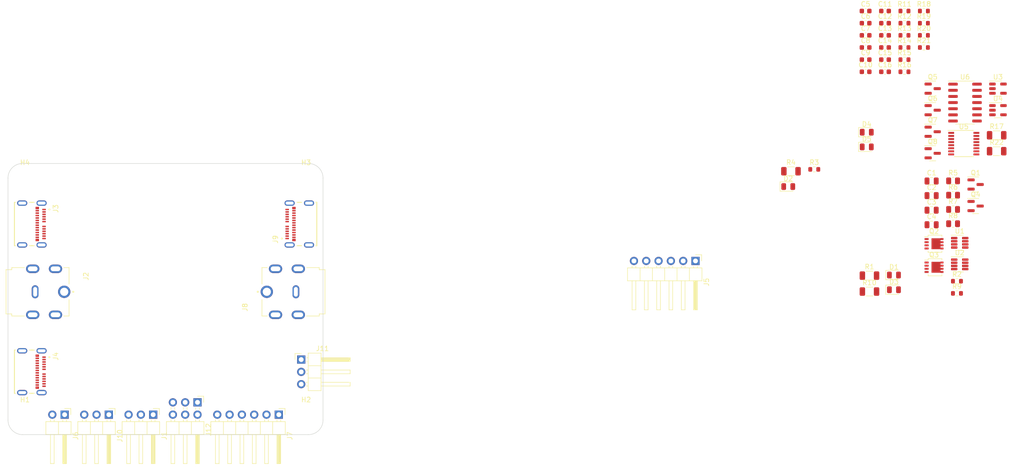
<source format=kicad_pcb>
(kicad_pcb (version 20221018) (generator pcbnew)
  (title_block (title "uCIme Lite") (date "2023-04-03") (company "(C) BayLibre"))
  (layers (0 "F.Cu" signal) (1 "In1.Cu" signal) (2 "In2.Cu" signal) (31 "B.Cu" signal) (34 "B.Paste" user) (35 "F.Paste" user) (36 "B.SilkS" user "B.Silkscreen") (37 "F.SilkS" user "F.Silkscreen") (38 "B.Mask" user) (39 "F.Mask" user) (44 "Edge.Cuts" user))
  (net 0 "")
  (net 1 "/Power Management/INPUT_JACK_V+")
  (net 2 "GND")
  (net 3 "+5V")
  (net 4 "Net-(U1-VCAP)")
  (net 5 "Net-(U2-VCAP)")
  (net 6 "/D_N")
  (net 7 "/D_P")
  (net 8 "+1V8")
  (net 9 "+3.3VA")
  (net 10 "+3.3V")
  (net 11 "Net-(J12-Pin_1)")
  (net 12 "Net-(D1-K)")
  (net 13 "Net-(D1-A)")
  (net 14 "Net-(D2-A)")
  (net 15 "Net-(D3-K)")
  (net 16 "Net-(D3-A)")
  (net 17 "Net-(D4-K)")
  (net 18 "Net-(D4-A)")
  (net 19 "Net-(D5-K)")
  (net 20 "Net-(D5-A)")
  (net 21 "Net-(J1-Pin_2)")
  (net 22 "/Controller/GPIO_0")
  (net 23 "/SSTX1_P")
  (net 24 "/SSTX1_N")
  (net 25 "/CC1")
  (net 26 "/D1_P")
  (net 27 "/D1_N")
  (net 28 "/SBU1")
  (net 29 "/SSRX2_N")
  (net 30 "/SSRX2_P")
  (net 31 "/SSTX2_P")
  (net 32 "/SSTX2_N")
  (net 33 "/CC2")
  (net 34 "/D2_P")
  (net 35 "/D2_N")
  (net 36 "/SBU2")
  (net 37 "/SSRX1_N")
  (net 38 "/SSRX1_P")
  (net 41 "Net-(J4-CC1)")
  (net 50 "/Controller/GPIO_1")
  (net 51 "/Controller/GPIO_2")
  (net 52 "/Controller/GPIO_3")
  (net 53 "Net-(J6-Pin_1)")
  (net 54 "/Controller/{slash}SERIAL_CTS")
  (net 55 "/Controller/SERIAL_TX")
  (net 56 "/Controller/SERIAL_RX")
  (net 57 "/Controller/{slash}SERIAL_RTS")
  (net 58 "/Power Management/OUTPUT_JACK_V+")
  (net 59 "Net-(J10-Pin_2)")
  (net 60 "Net-(J11-Pin_2)")
  (net 61 "Net-(Q2-G)")
  (net 62 "Net-(Q3-G)")
  (net 63 "/Controller/UART_RX")
  (net 64 "Net-(Q5-D)")
  (net 65 "/Controller/UART_TX")
  (net 66 "Net-(Q7-D)")
  (net 67 "Net-(U1-OV)")
  (net 68 "Net-(U2-OV)")
  (net 69 "Net-(U3-ADJ)")
  (net 70 "Net-(U5-USBDM)")
  (net 71 "Net-(U5-USBDP)")
  (net 72 "Net-(U4-ADJ)")
  (net 75 "Net-(U5-~{RTS})")
  (net 76 "Net-(U5-~{CTS})")
  (footprint "Resistor_SMD:R_1206_3216Metric" (layer "F.Cu") (at 242.745 83.45)
    (fp_text reference "R10" (at 0 -1.82) (layer "F.SilkS"))
    (fp_text value "240")
    (pad "1" smd roundrect (at -1.4625 0) (size 1.125 1.75) (layers "F.Cu" "F.Paste" "F.Mask") (roundrect_rratio 0.222222) (net 16 "Net-(D3-A)"))
    (pad "2" smd roundrect (at 1.4625 0) (size 1.125 1.75) (layers "F.Cu" "F.Paste" "F.Mask") (roundrect_rratio 0.222222) (net 3 "+5V"))
  )
  (footprint "Capacitor_SMD:C_0603_1608Metric" (layer "F.Cu") (at 241.945 30.53)
    (fp_text reference "C7" (at 0 -1.43) (layer "F.SilkS"))
    (fp_text value "47p")
    (pad "1" smd roundrect (at -0.775 0) (size 0.9 0.95) (layers "F.Cu" "F.Paste" "F.Mask") (net 7 "/D_P"))
    (pad "2" smd roundrect (at 0.775 0) (size 0.9 0.95) (layers "F.Cu" "F.Paste" "F.Mask") (net 2 "GND"))
  )
  (footprint "Resistor_SMD:R_0603_1608Metric" (layer "F.Cu") (at 260.795 81.31)
    (fp_text reference "R2" (at 0 -1.43) (layer "F.SilkS"))
    (fp_text value "10K")
    (pad "1" smd roundrect (at -0.825 0) (size 0.8 0.95) (layers "F.Cu" "F.Paste" "F.Mask") (net 21 "Net-(J1-Pin_2)"))
    (pad "2" smd roundrect (at 0.825 0) (size 0.8 0.95) (layers "F.Cu" "F.Paste" "F.Mask") (net 2 "GND"))
  )
  (footprint "Capacitor_SMD:C_0805_2012Metric" (layer "F.Cu") (at 255.565 60.62)
    (fp_text reference "C1" (at 0 -1.68) (layer "F.SilkS"))
    (fp_text value "100n")
    (pad "1" smd roundrect (at -0.95 0) (size 1 1.45) (layers "F.Cu" "F.Paste" "F.Mask") (net 1 "/Power Management/INPUT_JACK_V+"))
    (pad "2" smd roundrect (at 0.95 0) (size 1 1.45) (layers "F.Cu" "F.Paste" "F.Mask") (net 2 "GND"))
  )
  (footprint "Package_TO_SOT_SMD:SOT-23" (layer "F.Cu") (at 255.785 45.99)
    (fp_text reference "Q6" (at 0 -2.4) (layer "F.SilkS"))
    (fp_text value "BSS138")
    (pad "1" smd roundrect (at -0.9375 -0.95) (size 1.475 0.6) (layers "F.Cu" "F.Paste" "F.Mask") (net 64 "Net-(Q5-D)"))
    (pad "2" smd roundrect (at -0.9375 0.95) (size 1.475 0.6) (layers "F.Cu" "F.Paste" "F.Mask") (net 2 "GND"))
    (pad "3" smd roundrect (at 0.9375 0) (size 1.475 0.6) (layers "F.Cu" "F.Paste" "F.Mask") (net 17 "Net-(D4-K)"))
  )
  (footprint "MountingHole:MountingHole_2.7mm" (layer "F.Cu") (at 126.5 109.5)
    (fp_text reference "H2" (at 0 -3.7) (layer "F.SilkS"))
    (fp_text value "MountingHole")
    (pad "" np_thru_hole circle (at 0 0) (size 2.7 2.7) (drill 2.7) (layers "*.Cu" "*.Mask"))
  )
  (footprint "PJ-082BH:JACK-C-PC-10A-RA(R)" (layer "F.Cu") (at 76.6 83.5 -90)
    (fp_text reference "J2" (at -3.2 -4.5 90) (layer "F.SilkS"))
    (fp_text value "JACK_POWER_IN")
    (pad "" np_thru_hole circle (at 0 9.25 270) (size 1.5 1.5) (drill 1.5) (layers "*.Cu" "*.Mask"))
    (pad "1" thru_hole circle (at 0 0 270) (size 2.55 2.55) (drill 1.7) (layers "*.Cu" "*.Mask") (net 1 "/Power Management/INPUT_JACK_V+"))
    (pad "2" thru_hole oval (at 0 6 270) (size 2.700002 1.4) (drill oval 2.005555 0.8) (layers "*.Cu" "*.Mask") (net 2 "GND"))
    (pad "S1" thru_hole oval (at -4.75 6.5 270) (size 1.75 2.75) (drill oval 1 2) (layers "*.Cu" "*.Mask") (net 2 "GND"))
    (pad "S2" thru_hole oval (at 4.75 6.5 270) (size 1.75 2.75) (drill oval 1 2) (layers "*.Cu" "*.Mask") (net 2 "GND"))
    (pad "S3" thru_hole oval (at -4.75 1.8 270) (size 1.75 2.75) (drill oval 1 2) (layers "*.Cu" "*.Mask") (net 2 "GND"))
    (pad "S4" thru_hole oval (at 4.75 1.8 270) (size 1.75 2.75) (drill oval 1 2) (layers "*.Cu" "*.Mask") (net 2 "GND"))
  )
  (footprint "Package_SO:SOIC-14_3.9x8.7mm_P1.27mm" (layer "F.Cu") (at 262.455 44.42)
    (fp_text reference "U6" (at 0 -5.28) (layer "F.SilkS"))
    (fp_text value "TXB0104D")
    (pad "1" smd roundrect (at -2.475 -3.81) (size 1.95 0.6) (layers "F.Cu" "F.Paste" "F.Mask") (net 9 "+3.3VA"))
    (pad "2" smd roundrect (at -2.475 -2.54) (size 1.95 0.6) (layers "F.Cu" "F.Paste" "F.Mask") (net 65 "/Controller/UART_TX"))
    (pad "3" smd roundrect (at -2.475 -1.27) (size 1.95 0.6) (layers "F.Cu" "F.Paste" "F.Mask") (net 63 "/Controller/UART_RX"))
    (pad "4" smd roundrect (at -2.475 0) (size 1.95 0.6) (layers "F.Cu" "F.Paste" "F.Mask") (net 75 "Net-(U5-~{RTS})"))
    (pad "5" smd roundrect (at -2.475 1.27) (size 1.95 0.6) (layers "F.Cu" "F.Paste" "F.Mask") (net 76 "Net-(U5-~{CTS})"))
    (pad "6" smd roundrect (at -2.475 2.54) (size 1.95 0.6) (layers "F.Cu" "F.Paste" "F.Mask"))
    (pad "7" smd roundrect (at -2.475 3.81) (size 1.95 0.6) (layers "F.Cu" "F.Paste" "F.Mask") (net 2 "GND"))
    (pad "8" smd roundrect (at 2.475 3.81) (size 1.95 0.6) (layers "F.Cu" "F.Paste" "F.Mask") (net 60 "Net-(J11-Pin_2)"))
    (pad "9" smd roundrect (at 2.475 2.54) (size 1.95 0.6) (layers "F.Cu" "F.Paste" "F.Mask"))
    (pad "10" smd roundrect (at 2.475 1.27) (size 1.95 0.6) (layers "F.Cu" "F.Paste" "F.Mask") (net 54 "/Controller/{slash}SERIAL_CTS"))
    (pad "11" smd roundrect (at 2.475 0) (size 1.95 0.6) (layers "F.Cu" "F.Paste" "F.Mask") (net 57 "/Controller/{slash}SERIAL_RTS"))
    (pad "12" smd roundrect (at 2.475 -1.27) (size 1.95 0.6) (layers "F.Cu" "F.Paste" "F.Mask") (net 56 "/Controller/SERIAL_RX"))
    (pad "13" smd roundrect (at 2.475 -2.54) (size 1.95 0.6) (layers "F.Cu" "F.Paste" "F.Mask") (net 55 "/Controller/SERIAL_TX"))
    (pad "14" smd roundrect (at 2.475 -3.81) (size 1.95 0.6) (layers "F.Cu" "F.Paste" "F.Mask") (net 11 "Net-(J12-Pin_1)"))
  )
  (footprint "Package_TO_SOT_SMD:LFPAK33" (layer "F.Cu") (at 256.065 73.58)
    (fp_text reference "Q2" (at 0 -2.55) (layer "F.SilkS"))
    (fp_text value "BUK7M27-80EX")
    (pad "1" smd rect (at -1.535 -0.975) (size 0.83 0.4) (layers "F.Cu" "F.Mask") (net 58 "/Power Management/OUTPUT_JACK_V+"))
    (pad "2" smd rect (at -1.535 -0.325) (size 0.83 0.4) (layers "F.Cu" "F.Mask") (net 58 "/Power Management/OUTPUT_JACK_V+"))
    (pad "3" smd rect (at -1.535 0.325) (size 0.83 0.4) (layers "F.Cu" "F.Mask") (net 58 "/Power Management/OUTPUT_JACK_V+"))
    (pad "4" smd rect (at -1.535 0.975) (size 0.83 0.4) (layers "F.Cu" "F.Mask") (net 61 "Net-(Q2-G)"))
    (pad "5" smd custom (at 0.405 0) (size 1.85 2.25) (layers "F.Cu" "F.Mask") (net 1 "/Power Management/INPUT_JACK_V+") (options (clearance outline) (anchor rect)) (primitives (gr_poly (pts (xy 1.545 -0.775) (xy 0.925 -0.775) (xy 0.925 -1.175) (xy 1.545 -1.175)) (width 0) (fill yes)) (gr_poly (pts (xy 1.545 -0.125) (xy 0.925 -0.125) (xy 0.925 -0.525) (xy 1.545 -0.525)) (width 0) (fill yes)) (gr_poly (pts (xy 1.545 0.525) (xy 0.925 0.525) (xy 0.925 0.125) (xy 1.545 0.125)) (width 0) (fill yes)) (gr_poly (pts (xy 1.545 1.175) (xy 0.925 1.175) (xy 0.925 0.775) (xy 1.545 0.775)) (width 0) (fill yes))))
  )
  (footprint "Resistor_SMD:R_1206_3216Metric" (layer "F.Cu") (at 226.545 58.6)
    (fp_text reference "R4" (at 0 -1.82) (layer "F.SilkS"))
    (fp_text value "240")
    (pad "1" smd roundrect (at -1.4625 0) (size 1.125 1.75) (layers "F.Cu" "F.Paste" "F.Mask") (roundrect_rratio 0.222222) (net 14 "Net-(D2-A)"))
    (pad "2" smd roundrect (at 1.4625 0) (size 1.125 1.75) (layers "F.Cu" "F.Paste" "F.Mask") (roundrect_rratio 0.222222) (net 3 "+5V"))
  )
  (footprint "Connector_PinHeader_2.54mm:PinHeader_2x03_P2.54mm_Horizontal" (layer "F.Cu") (at 104.101 106.334 -90)
    (fp_text reference "J12" (at 5.655 -2.27 90) (layer "F.SilkS"))
    (fp_text value "SERIAL_VOLTAGE_SELECT")
    (pad "1" thru_hole rect (at 0 0 270) (size 1.7 1.7) (drill 1) (layers "*.Cu" "*.Mask") (net 11 "Net-(J12-Pin_1)"))
    (pad "2" thru_hole oval (at 2.54 0 270) (size 1.7 1.7) (drill 1) (layers "*.Cu" "*.Mask") (net 8 "+1V8"))
    (pad "3" thru_hole oval (at 0 2.54 270) (size 1.7 1.7) (drill 1) (layers "*.Cu" "*.Mask") (net 11 "Net-(J12-Pin_1)"))
    (pad "4" thru_hole oval (at 2.54 2.54 270) (size 1.7 1.7) (drill 1) (layers "*.Cu" "*.Mask") (net 10 "+3.3V"))
    (pad "5" thru_hole oval (at 0 5.08 270) (size 1.7 1.7) (drill 1) (layers "*.Cu" "*.Mask") (net 11 "Net-(J12-Pin_1)"))
    (pad "6" thru_hole oval (at 2.54 5.08 270) (size 1.7 1.7) (drill 1) (layers "*.Cu" "*.Mask") (net 3 "+5V"))
  )
  (footprint "Capacitor_SMD:C_0603_1608Metric" (layer "F.Cu") (at 245.955 35.55)
    (fp_text reference "C15" (at 0 -1.43) (layer "F.SilkS"))
    (fp_text value "100n")
    (pad "1" smd roundrect (at -0.775 0) (size 0.9 0.95) (layers "F.Cu" "F.Paste" "F.Mask") (net 11 "Net-(J12-Pin_1)"))
    (pad "2" smd roundrect (at 0.775 0) (size 0.9 0.95) (layers "F.Cu" "F.Paste" "F.Mask") (net 2 "GND"))
  )
  (footprint "LED_SMD:LED_0805_2012Metric" (layer "F.Cu") (at 247.795 80.035)
    (property "Reference" "D?")
    (property "Value" "POWER_SWITCH")
    (fp_text reference "D1" (at 0 -1.65) (layer "F.SilkS"))
    (fp_text value "JACK_POWER")
    (pad "1" smd roundrect (at -0.9375 0) (size 0.975 1.4) (layers "F.Cu" "F.Paste" "F.Mask") (net 12 "Net-(D1-K)"))
    (pad "2" smd roundrect (at 0.9375 0) (size 0.975 1.4) (layers "F.Cu" "F.Paste" "F.Mask") (net 13 "Net-(D1-A)"))
  )
  (footprint "Connector_PinHeader_2.54mm:PinHeader_1x06_P2.54mm_Horizontal" (layer "F.Cu") (at 206.85 77.125 -90)
    (fp_text reference "J5" (at 4.385 -2.27 90) (layer "F.SilkS"))
    (fp_text value "GPIO")
    (pad "1" thru_hole rect (at 0 0 270) (size 1.7 1.7) (drill 1) (layers "*.Cu" "*.Mask") (net 2 "GND"))
    (pad "2" thru_hole oval (at 0 2.54 270) (size 1.7 1.7) (drill 1) (layers "*.Cu" "*.Mask") (net 3 "+5V"))
    (pad "3" thru_hole oval (at 0 5.08 270) (size 1.7 1.7) (drill 1) (layers "*.Cu" "*.Mask") (net 22 "/Controller/GPIO_0"))
    (pad "4" thru_hole oval (at 0 7.62 270) (size 1.7 1.7) (drill 1) (layers "*.Cu" "*.Mask") (net 50 "/Controller/GPIO_1"))
    (pad "5" thru_hole oval (at 0 10.16 270) (size 1.7 1.7) (drill 1) (layers "*.Cu" "*.Mask") (net 51 "/Controller/GPIO_2"))
    (pad "6" thru_hole oval (at 0 12.7 270) (size 1.7 1.7) (drill 1) (layers "*.Cu" "*.Mask") (net 52 "/Controller/GPIO_3"))
  )
  (footprint "PJ-082BH:JACK-C-PC-10A-RA(R)" (layer "F.Cu") (at 118.4 83.5 90)
    (fp_text reference "J8" (at -3.2 -4.5 90) (layer "F.SilkS"))
    (fp_text value "JACK_POWER_OUT")
    (pad "" np_thru_hole circle (at 0 9.25 90) (size 1.5 1.5) (drill 1.5) (layers "*.Cu" "*.Mask"))
    (pad "1" thru_hole circle (at 0 0 90) (size 2.55 2.55) (drill 1.7) (layers "*.Cu" "*.Mask") (net 58 "/Power Management/OUTPUT_JACK_V+"))
    (pad "2" thru_hole oval (at 0 6 90) (size 2.700002 1.4) (drill oval 2.005555 0.8) (layers "*.Cu" "*.Mask") (net 2 "GND"))
    (pad "S1" thru_hole oval (at -4.75 6.5 90) (size 1.75 2.75) (drill oval 1 2) (layers "*.Cu" "*.Mask") (net 2 "GND"))
    (pad "S2" thru_hole oval (at 4.75 6.5 90) (size 1.75 2.75) (drill oval 1 2) (layers "*.Cu" "*.Mask") (net 2 "GND"))
    (pad "S3" thru_hole oval (at -4.75 1.8 90) (size 1.75 2.75) (drill oval 1 2) (layers "*.Cu" "*.Mask") (net 2 "GND"))
    (pad "S4" thru_hole oval (at 4.75 1.8 90) (size 1.75 2.75) (drill oval 1 2) (layers "*.Cu" "*.Mask") (net 2 "GND"))
  )
  (footprint "Resistor_SMD:R_0603_1608Metric" (layer "F.Cu") (at 253.975 28.02)
    (fp_text reference "R19" (at 0 -1.43) (layer "F.SilkS"))
    (fp_text value "6.04K")
    (pad "1" smd roundrect (at -0.825 0) (size 0.8 0.95) (layers "F.Cu" "F.Paste" "F.Mask") (net 2 "GND"))
    (pad "2" smd roundrect (at 0.825 0) (size 0.8 0.95) (layers "F.Cu" "F.Paste" "F.Mask") (net 72 "Net-(U4-ADJ)"))
  )
  (footprint "Capacitor_SMD:C_0805_2012Metric" (layer "F.Cu") (at 255.565 63.63)
    (fp_text reference "C2" (at 0 -1.68) (layer "F.SilkS"))
    (fp_text value "100n")
    (pad "1" smd roundrect (at -0.95 0) (size 1 1.45) (layers "F.Cu" "F.Paste" "F.Mask") (net 3 "+5V"))
    (pad "2" smd roundrect (at 0.95 0) (size 1 1.45) (layers "F.Cu" "F.Paste" "F.Mask") (net 2 "GND"))
  )
  (footprint "Capacitor_SMD:C_0603_1608Metric" (layer "F.Cu") (at 241.945 33.04)
    (fp_text reference "C8" (at 0 -1.43) (layer "F.SilkS"))
    (fp_text value "2.2u")
    (pad "1" smd roundrect (at -0.775 0) (size 0.9 0.95) (layers "F.Cu" "F.Paste" "F.Mask") (net 8 "+1V8"))
    (pad "2" smd roundrect (at 0.775 0) (size 0.9 0.95) (layers "F.Cu" "F.Paste" "F.Mask") (net 2 "GND"))
  )
  (footprint "Resistor_SMD:R_0805_2012Metric" (layer "F.Cu") (at 259.995 63.54)
    (fp_text reference "R6" (at 0 -1.65) (layer "F.SilkS"))
    (fp_text value "2.4K")
    (pad "1" smd roundrect (at -0.9125 0) (size 1.025 1.4) (layers "F.Cu" "F.Paste" "F.Mask") (roundrect_rratio 0.243902) (net 67 "Net-(U1-OV)"))
    (pad "2" smd roundrect (at 0.9125 0) (size 1.025 1.4) (layers "F.Cu" "F.Paste" "F.Mask") (roundrect_rratio 0.243902) (net 2 "GND"))
  )
  (footprint "Capacitor_SMD:C_0603_1608Metric" (layer "F.Cu") (at 245.955 33.04)
    (fp_text reference "C14" (at 0 -1.43) (layer "F.SilkS"))
    (fp_text value "100n")
    (pad "1" smd roundrect (at -0.775 0) (size 0.9 0.95) (layers "F.Cu" "F.Paste" "F.Mask") (net 9 "+3.3VA"))
    (pad "2" smd roundrect (at 0.775 0) (size 0.9 0.95) (layers "F.Cu" "F.Paste" "F.Mask") (net 2 "GND"))
  )
  (footprint "Resistor_SMD:R_0603_1608Metric" (layer "F.Cu") (at 249.965 25.51)
    (fp_text reference "R11" (at 0 -1.43) (layer "F.SilkS"))
    (fp_text value "100K")
    (pad "1" smd roundrect (at -0.825 0) (size 0.8 0.95) (layers "F.Cu" "F.Paste" "F.Mask") (net 2 "GND"))
    (pad "2" smd roundrect (at 0.825 0) (size 0.8 0.95) (layers "F.Cu" "F.Paste" "F.Mask") (net 63 "/Controller/UART_RX"))
  )
  (footprint "Capacitor_SMD:C_0603_1608Metric" (layer "F.Cu") (at 241.945 38.06)
    (fp_text reference "C10" (at 0 -1.43) (layer "F.SilkS"))
    (fp_text value "1u")
    (pad "1" smd roundrect (at -0.775 0) (size 0.9 0.95) (layers "F.Cu" "F.Paste" "F.Mask") (net 3 "+5V"))
    (pad "2" smd roundrect (at 0.775 0) (size 0.9 0.95) (layers "F.Cu" "F.Paste" "F.Mask") (net 2 "GND"))
  )
  (footprint "Resistor_SMD:R_0603_1608Metric" (layer "F.Cu") (at 249.965 33.04)
    (fp_text reference "R14" (at 0 -1.43) (layer "F.SilkS"))
    (fp_text value "22K")
    (pad "1" smd roundrect (at -0.825 0) (size 0.8 0.95) (layers "F.Cu" "F.Paste" "F.Mask") (net 2 "GND"))
    (pad "2" smd roundrect (at 0.825 0) (size 0.8 0.95) (layers "F.Cu" "F.Paste" "F.Mask") (net 69 "Net-(U3-ADJ)"))
  )
  (footprint "Capacitor_SMD:C_0805_2012Metric" (layer "F.Cu") (at 255.565 66.64)
    (fp_text reference "C3" (at 0 -1.68) (layer "F.SilkS"))
    (fp_text value "220n")
    (pad "1" smd roundrect (at -0.95 0) (size 1 1.45) (layers "F.Cu" "F.Paste" "F.Mask") (net 1 "/Power Management/INPUT_JACK_V+"))
    (pad "2" smd roundrect (at 0.95 0) (size 1 1.45) (layers "F.Cu" "F.Paste" "F.Mask") (net 4 "Net-(U1-VCAP)"))
  )
  (footprint "Capacitor_SMD:C_0805_2012Metric" (layer "F.Cu") (at 255.565 69.65)
    (fp_text reference "C4" (at 0 -1.68) (layer "F.SilkS"))
    (fp_text value "220n")
    (pad "1" smd roundrect (at -0.95 0) (size 1 1.45) (layers "F.Cu" "F.Paste" "F.Mask") (net 3 "+5V"))
    (pad "2" smd roundrect (at 0.95 0) (size 1 1.45) (layers "F.Cu" "F.Paste" "F.Mask") (net 5 "Net-(U2-VCAP)"))
  )
  (footprint "LED_SMD:LED_0805_2012Metric" (layer "F.Cu") (at 242.185 53.575)
    (fp_text reference "D5" (at 0 -1.65) (layer "F.SilkS"))
    (fp_text value "UART_TX")
    (pad "1" smd roundrect (at -0.9375 0) (size 0.975 1.4) (layers "F.Cu" "F.Paste" "F.Mask") (net 19 "Net-(D5-K)"))
    (pad "2" smd roundrect (at 0.9375 0) (size 0.975 1.4) (layers "F.Cu" "F.Paste" "F.Mask") (net 20 "Net-(D5-A)"))
  )
  (footprint "LED_SMD:LED_0805_2012Metric" (layer "F.Cu") (at 247.795 83.075)
    (property "Reference" "D?")
    (property "Value" "POWER_SWITCH")
    (fp_text reference "D3" (at 0 -1.65) (layer "F.SilkS"))
    (fp_text value "USB_POWER")
    (pad "1" smd roundrect (at -0.9375 0) (size 0.975 1.4) (layers "F.Cu" "F.Paste" "F.Mask") (net 15 "Net-(D3-K)"))
    (pad "2" smd roundrect (at 0.9375 0) (size 0.975 1.4) (layers "F.Cu" "F.Paste" "F.Mask") (net 16 "Net-(D3-A)"))
  )
  (footprint "Resistor_SMD:R_1206_3216Metric" (layer "F.Cu") (at 268.985 51.17)
    (fp_text reference "R17" (at 0 -1.82) (layer "F.SilkS"))
    (fp_text value "240")
    (pad "1" smd roundrect (at -1.4625 0) (size 1.125 1.75) (layers "F.Cu" "F.Paste" "F.Mask") (roundrect_rratio 0.222222) (net 18 "Net-(D4-A)"))
    (pad "2" smd roundrect (at 1.4625 0) (size 1.125 1.75) (layers "F.Cu" "F.Paste" "F.Mask") (roundrect_rratio 0.222222) (net 3 "+5V"))
  )
  (footprint "Package_TO_SOT_SMD:SOT-23" (layer "F.Cu") (at 264.645 65.79)
    (fp_text reference "Q4" (at 0 -2.4) (layer "F.SilkS"))
    (fp_text value "BSS138")
    (pad "1" smd roundrect (at -0.9375 -0.95) (size 1.475 0.6) (layers "F.Cu" "F.Paste" "F.Mask") (net 21 "Net-(J1-Pin_2)"))
    (pad "2" smd roundrect (at -0.9375 0.95) (size 1.475 0.6) (layers "F.Cu" "F.Paste" "F.Mask") (net 2 "GND"))
    (pad "3" smd roundrect (at 0.9375 0) (size 1.475 0.6) (layers "F.Cu" "F.Paste" "F.Mask") (net 15 "Net-(D3-K)"))
  )
  (footprint "Capacitor_SMD:C_0603_1608Metric" (layer "F.Cu") (at 245.955 38.06)
    (fp_text reference "C16" (at 0 -1.43) (layer "F.SilkS"))
    (fp_text value "2.2u")
    (pad "1" smd roundrect (at -0.775 0) (size 0.9 0.95) (layers "F.Cu" "F.Paste" "F.Mask") (net 3 "+5V"))
    (pad "2" smd roundrect (at 0.775 0) (size 0.9 0.95) (layers "F.Cu" "F.Paste" "F.Mask") (net 2 "GND"))
  )
  (footprint "Capacitor_SMD:C_0603_1608Metric" (layer "F.Cu") (at 241.945 25.51)
    (fp_text reference "C5" (at 0 -1.43) (layer "F.SilkS"))
    (fp_text value "1u")
    (pad "1" smd roundrect (at -0.775 0) (size 0.9 0.95) (layers "F.Cu" "F.Paste" "F.Mask") (net 3 "+5V"))
    (pad "2" smd roundrect (at 0.775 0) (size 0.9 0.95) (layers "F.Cu" "F.Paste" "F.Mask") (net 2 "GND"))
  )
  (footprint "Connector_PinHeader_2.54mm:PinHeader_1x03_P2.54mm_Horizontal" (layer "F.Cu") (at 94.957 108.874 -90)
    (fp_text reference "J1" (at 4.385 -2.27 270) (layer "F.SilkS"))
    (fp_text value "USB_MODE")
    (pad "1" thru_hole rect (at 0 0 270) (size 1.7 1.7) (drill 1) (layers "*.Cu" "*.Mask") (net 3 "+5V"))
    (pad "2" thru_hole oval (at 0 2.54 270) (size 1.7 1.7) (drill 1) (layers "*.Cu" "*.Mask") (net 21 "Net-(J1-Pin_2)"))
    (pad "3" thru_hole oval (at 0 5.08 270) (size 1.7 1.7) (drill 1) (layers "*.Cu" "*.Mask") (net 22 "/Controller/GPIO_0"))
  )
  (footprint "Package_TO_SOT_SMD:SOT-23-5" (layer "F.Cu") (at 269.255 41.54)
    (fp_text reference "U3" (at 0 -2.4) (layer "F.SilkS"))
    (fp_text value "AP2204K-ADJ")
    (pad "1" smd roundrect (at -1.1375 -0.95) (size 1.325 0.6) (layers "F.Cu" "F.Paste" "F.Mask") (net 3 "+5V"))
    (pad "2" smd roundrect (at -1.1375 0) (size 1.325 0.6) (layers "F.Cu" "F.Paste" "F.Mask") (net 2 "GND"))
    (pad "3" smd roundrect (at -1.1375 0.95) (size 1.325 0.6) (layers "F.Cu" "F.Paste" "F.Mask") (net 3 "+5V"))
    (pad "4" smd roundrect (at 1.1375 0.95) (size 1.325 0.6) (layers "F.Cu" "F.Paste" "F.Mask") (net 69 "Net-(U3-ADJ)"))
    (pad "5" smd roundrect (at 1.1375 -0.95) (size 1.325 0.6) (layers "F.Cu" "F.Paste" "F.Mask") (net 8 "+1V8"))
  )
  (footprint "Connector_PinHeader_2.54mm:PinHeader_1x06_P2.54mm_Horizontal" (layer "F.Cu") (at 120.88 108.874 -90)
    (fp_text reference "J7" (at 4.385 -2.27 90) (layer "F.SilkS"))
    (fp_text value "SERIAL")
    (pad "1" thru_hole rect (at 0 0 270) (size 1.7 1.7) (drill 1) (layers "*.Cu" "*.Mask") (net 2 "GND"))
    (pad "2" thru_hole oval (at 0 2.54 270) (size 1.7 1.7) (drill 1) (layers "*.Cu" "*.Mask") (net 54 "/Controller/{slash}SERIAL_CTS"))
    (pad "3" thru_hole oval (at 0 5.08 270) (size 1.7 1.7) (drill 1) (layers "*.Cu" "*.Mask") (net 53 "Net-(J6-Pin_1)"))
    (pad "4" thru_hole oval (at 0 7.62 270) (size 1.7 1.7) (drill 1) (layers "*.Cu" "*.Mask") (net 55 "/Controller/SERIAL_TX"))
    (pad "5" thru_hole oval (at 0 10.16 270) (size 1.7 1.7) (drill 1) (layers "*.Cu" "*.Mask") (net 56 "/Controller/SERIAL_RX"))
    (pad "6" thru_hole oval (at 0 12.7 270) (size 1.7 1.7) (drill 1) (layers "*.Cu" "*.Mask") (net 57 "/Controller/{slash}SERIAL_RTS"))
  )
  (footprint "Resistor_SMD:R_0603_1608Metric" (layer "F.Cu") (at 253.975 30.53)
    (fp_text reference "R20" (at 0 -1.43) (layer "F.SilkS"))
    (fp_text value "100K")
    (pad "1" smd roundrect (at -0.825 0) (size 0.8 0.95) (layers "F.Cu" "F.Paste" "F.Mask") (net 2 "GND"))
    (pad "2" smd roundrect (at 0.825 0) (size 0.8 0.95) (layers "F.Cu" "F.Paste" "F.Mask") (net 65 "/Controller/UART_TX"))
  )
  (footprint "Package_TO_SOT_SMD:SOT-23" (layer "F.Cu") (at 255.785 41.54)
    (fp_text reference "Q5" (at 0 -2.4) (layer "F.SilkS"))
    (fp_text value "BSS138")
    (pad "1" smd roundrect (at -0.9375 -0.95) (size 1.475 0.6) (layers "F.Cu" "F.Paste" "F.Mask") (net 63 "/Controller/UART_RX"))
    (pad "2" smd roundrect (at -0.9375 0.95) (size 1.475 0.6) (layers "F.Cu" "F.Paste" "F.Mask") (net 2 "GND"))
    (pad "3" smd roundrect (at 0.9375 0) (size 1.475 0.6) (layers "F.Cu" "F.Paste" "F.Mask") (net 64 "Net-(Q5-D)"))
  )
  (footprint "Resistor_SMD:R_0603_1608Metric" (layer "F.Cu") (at 249.965 28.02)
    (fp_text reference "R12" (at 0 -1.43) (layer "F.SilkS"))
    (fp_text value "10K")
    (pad "1" smd roundrect (at -0.825 0) (size 0.8 0.95) (layers "F.Cu" "F.Paste" "F.Mask") (net 64 "Net-(Q5-D)"))
    (pad "2" smd roundrect (at 0.825 0) (size 0.8 0.95) (layers "F.Cu" "F.Paste" "F.Mask") (net 3 "+5V"))
  )
  (footprint "Package_SO:SSOP-16_3.9x4.9mm_P0.635mm" (layer "F.Cu") (at 262.205 52.9)
    (fp_text reference "U5" (at 0 -3.5) (layer "F.SilkS"))
    (fp_text value "FT230XS")
    (pad "1" smd rect (at -2.6 -2.2225) (size 1.2 0.4) (layers "F.Cu" "F.Paste" "F.Mask") (net 65 "/Controller/UART_TX"))
    (pad "2" smd rect (at -2.6 -1.5875) (size 1.2 0.4) (layers "F.Cu" "F.Paste" "F.Mask") (net 75 "Net-(U5-~{RTS})"))
    (pad "3" smd rect (at -2.6 -0.9525) (size 1.2 0.4) (layers "F.Cu" "F.Paste" "F.Mask") (net 9 "+3.3VA"))
    (pad "4" smd rect (at -2.6 -0.3175) (size 1.2 0.4) (layers "F.Cu" "F.Paste" "F.Mask") (net 63 "/Controller/UART_RX"))
    (pad "5" smd rect (at -2.6 0.3175) (size 1.2 0.4) (layers "F.Cu" "F.Paste" "F.Mask") (net 2 "GND"))
    (pad "6" smd rect (at -2.6 0.9525) (size 1.2 0.4) (layers "F.Cu" "F.Paste" "F.Mask") (net 76 "Net-(U5-~{CTS})"))
    (pad "7" smd rect (at -2.6 1.5875) (size 1.2 0.4) (layers "F.Cu" "F.Paste" "F.Mask") (net 51 "/Controller/GPIO_2"))
    (pad "8" smd rect (at -2.6 2.2225) (size 1.2 0.4) (layers "F.Cu" "F.Paste" "F.Mask") (net 71 "Net-(U5-USBDP)"))
    (pad "9" smd rect (at 2.6 2.2225) (size 1.2 0.4) (layers "F.Cu" "F.Paste" "F.Mask") (net 70 "Net-(U5-USBDM)"))
    (pad "10" smd rect (at 2.6 1.5875) (size 1.2 0.4) (layers "F.Cu" "F.Paste" "F.Mask") (net 9 "+3.3VA"))
    (pad "11" smd rect (at 2.6 0.9525) (size 1.2 0.4) (layers "F.Cu" "F.Paste" "F.Mask") (net 9 "+3.3VA"))
    (pad "12" smd rect (at 2.6 0.3175) (size 1.2 0.4) (layers "F.Cu" "F.Paste" "F.Mask") (net 3 "+5V"))
    (pad "13" smd rect (at 2.6 -0.3175) (size 1.2 0.4) (layers "F.Cu" "F.Paste" "F.Mask") (net 2 "GND"))
    (pad "14" smd rect (at 2.6 -0.9525) (size 1.2 0.4) (layers "F.Cu" "F.Paste" "F.Mask") (net 50 "/Controller/GPIO_1"))
    (pad "15" smd rect (at 2.6 -1.5875) (size 1.2 0.4) (layers "F.Cu" "F.Paste" "F.Mask") (net 22 "/Controller/GPIO_0"))
    (pad "16" smd rect (at 2.6 -2.2225) (size 1.2 0.4) (layers "F.Cu" "F.Paste" "F.Mask") (net 52 "/Controller/GPIO_3"))
  )
  (footprint "Resistor_SMD:R_0603_1608Metric" (layer "F.Cu") (at 249.965 38.06)
    (fp_text reference "R16" (at 0 -1.43) (layer "F.SilkS"))
    (fp_text value "27")
    (pad "1" smd roundrect (at -0.825 0) (size 0.8 0.95) (layers "F.Cu" "F.Paste" "F.Mask") (net 7 "/D_P"))
    (pad "2" smd roundrect (at 0.825 0) (size 0.8 0.95) (layers "F.Cu" "F.Paste" "F.Mask") (net 71 "Net-(U5-USBDP)"))
  )
  (footprint "Package_TO_SOT_SMD:LFPAK33" (layer "F.Cu") (at 256.065 78.43)
    (fp_text reference "Q3" (at 0 -2.55) (layer "F.SilkS"))
    (fp_text value "BUK7M27-80EX")
    (pad "1" smd rect (at -1.535 -0.975) (size 0.83 0.4) (layers "F.Cu" "F.Mask") (net 3 "+5V"))
    (pad "2" smd rect (at -1.535 -0.325) (size 0.83 0.4) (layers "F.Cu" "F.Mask") (net 3 "+5V"))
    (pad "3" smd rect (at -1.535 0.325) (size 0.83 0.4) (layers "F.Cu" "F.Mask") (net 3 "+5V"))
    (pad "4" smd rect (at -1.535 0.975) (size 0.83 0.4) (layers "F.Cu" "F.Mask") (net 62 "Net-(Q3-G)"))
    (pad "5" smd custom (at 0.405 0) (size 1.85 2.25) (layers "F.Cu" "F.Mask") (net 3 "+5V") (options (clearance outline) (anchor rect)) (primitives (gr_poly (pts (xy 1.545 -0.775) (xy 0.925 -0.775) (xy 0.925 -1.175) (xy 1.545 -1.175)) (width 0) (fill yes)) (gr_poly (pts (xy 1.545 -0.125) (xy 0.925 -0.125) (xy 0.925 -0.525) (xy 1.545 -0.525)) (width 0) (fill yes)) (gr_poly (pts (xy 1.545 0.525) (xy 0.925 0.525) (xy 0.925 0.125) (xy 1.545 0.125)) (width 0) (fill yes)) (gr_poly (pts (xy 1.545 1.175) (xy 0.925 1.175) (xy 0.925 0.775) (xy 1.545 0.775)) (width 0) (fill yes))))
  )
  (footprint "Package_TO_SOT_SMD:SOT-23-8" (layer "F.Cu") (at 261.365 73.38)
    (fp_text reference "U1" (at 0 -2.4) (layer "F.SilkS"))
    (fp_text value "LM74502")
    (pad "1" smd roundrect (at -1.1375 -0.975) (size 1.325 0.5) (layers "F.Cu" "F.Paste" "F.Mask") (net 59 "Net-(J10-Pin_2)"))
    (pad "2" smd roundrect (at -1.1375 -0.325) (size 1.325 0.5) (layers "F.Cu" "F.Paste" "F.Mask") (net 2 "GND"))
    (pad "3" smd roundrect (at -1.1375 0.325) (size 1.325 0.5) (layers "F.Cu" "F.Paste" "F.Mask"))
    (pad "4" smd roundrect (at -1.1375 0.975) (size 1.325 0.5) (layers "F.Cu" "F.Paste" "F.Mask") (net 4 "Net-(U1-VCAP)"))
    (pad "5" smd roundrect (at 1.1375 0.975) (size 1.325 0.5) (layers "F.Cu" "F.Paste" "F.Mask") (net 1 "/Power Management/INPUT_JACK_V+"))
    (pad "6" smd roundrect (at 1.1375 0.325) (size 1.325 0.5) (layers "F.Cu" "F.Paste" "F.Mask") (net 61 "Net-(Q2-G)"))
    (pad "7" smd roundrect (at 1.1375 -0.325) (size 1.325 0.5) (layers "F.Cu" "F.Paste" "F.Mask") (net 67 "Net-(U1-OV)"))
    (pad "8" smd roundrect (at 1.1375 -0.975) (size 1.325 0.5) (layers "F.Cu" "F.Paste" "F.Mask") (net 58 "/Power Management/OUTPUT_JACK_V+"))
  )
  (footprint "Resistor_SMD:R_0603_1608Metric" (layer "F.Cu") (at 253.975 25.51)
    (fp_text reference "R18" (at 0 -1.43) (layer "F.SilkS"))
    (fp_text value "10K")
    (pad "1" smd roundrect (at -0.825 0) (size 0.8 0.95) (layers "F.Cu" "F.Paste" "F.Mask") (net 72 "Net-(U4-ADJ)"))
    (pad "2" smd roundrect (at 0.825 0) (size 0.8 0.95) (layers "F.Cu" "F.Paste" "F.Mask") (net 10 "+3.3V"))
  )
  (footprint "LED_SMD:LED_0805_2012Metric" (layer "F.Cu") (at 225.985 61.765)
    (fp_text reference "D2" (at 0 -1.65) (layer "F.SilkS"))
    (fp_text value "PC_USB")
    (pad "1" smd roundrect (at -0.9375 0) (size 0.975 1.4) (layers "F.Cu" "F.Paste" "F.Mask") (net 2 "GND"))
    (pad "2" smd roundrect (at 0.9375 0) (size 0.975 1.4) (layers "F.Cu" "F.Paste" "F.Mask") (net 14 "Net-(D2-A)"))
  )
  (footprint "Package_TO_SOT_SMD:SOT-23" (layer "F.Cu") (at 255.785 54.89)
    (fp_text reference "Q8" (at 0 -2.4) (layer "F.SilkS"))
    (fp_text value "BSS138")
    (pad "1" smd roundrect (at -0.9375 -0.95) (size 1.475 0.6) (layers "F.Cu" "F.Paste" "F.Mask") (net 66 "Net-(Q7-D)"))
    (pad "2" smd roundrect (at -0.9375 0.95) (size 1.475 0.6) (layers "F.Cu" "F.Paste" "F.Mask") (net 2 "GND"))
    (pad "3" smd roundrect (at 0.9375 0) (size 1.475 0.6) (layers "F.Cu" "F.Paste" "F.Mask") (net 19 "Net-(D5-K)"))
  )
  (footprint "MountingHole:MountingHole_2.7mm" (layer "F.Cu") (at 126.5 60.5)
    (fp_text reference "H3" (at 0 -3.7) (layer "F.SilkS"))
    (fp_text value "MountingHole")
    (pad "" np_thru_hole circle (at 0 0) (size 2.7 2.7) (drill 2.7) (layers "*.Cu" "*.Mask"))
  )
  (footprint "Package_TO_SOT_SMD:SOT-23-5" (layer "F.Cu") (at 269.255 45.99)
    (fp_text reference "U4" (at 0 -2.4) (layer "F.SilkS"))
    (fp_text value "AP2204K-ADJ")
    (pad "1" smd roundrect (at -1.1375 -0.95) (size 1.325 0.6) (layers "F.Cu" "F.Paste" "F.Mask") (net 3 "+5V"))
    (pad "2" smd roundrect (at -1.1375 0) (size 1.325 0.6) (layers "F.Cu" "F.Paste" "F.Mask") (net 2 "GND"))
    (pad "3" smd roundrect (at -1.1375 0.95) (size 1.325 0.6) (layers "F.Cu" "F.Paste" "F.Mask") (net 3 "+5V"))
    (pad "4" smd roundrect (at 1.1375 0.95) (size 1.325 0.6) (layers "F.Cu" "F.Paste" "F.Mask") (net 72 "Net-(U4-ADJ)"))
    (pad "5" smd roundrect (at 1.1375 -0.95) (size 1.325 0.6) (layers "F.Cu" "F.Paste" "F.Mask") (net 10 "+3.3V"))
  )
  (footprint "Package_TO_SOT_SMD:SOT-23" (layer "F.Cu") (at 264.645 61.34)
    (fp_text reference "Q1" (at 0 -2.4) (layer "F.SilkS"))
    (fp_text value "BSS138")
    (pad "1" smd roundrect (at -0.9375 -0.95) (size 1.475 0.6) (layers "F.Cu" "F.Paste" "F.Mask") (net 59 "Net-(J10-Pin_2)"))
    (pad "2" smd roundrect (at -0.9375 0.95) (size 1.475 0.6) (layers "F.Cu" "F.Paste" "F.Mask") (net 2 "GND"))
    (pad "3" smd roundrect (at 0.9375 0) (size 1.475 0.6) (layers "F.Cu" "F.Paste" "F.Mask") (net 12 "Net-(D1-K)"))
  )
  (footprint "MountingHole:MountingHole_2.7mm" (layer "F.Cu") (at 68.5 60.5)
    (fp_text reference "H4" (at 0 -3.7) (layer "F.SilkS"))
    (fp_text value "MountingHole")
    (pad "" np_thru_hole circle (at 0 0) (size 2.7 2.7) (drill 2.7) (layers "*.Cu" "*.Mask"))
  )
  (footprint "USB4081:USB4081-03-A" (layer "F.Cu") (at 126.54 69.5 90)
    (fp_text reference "J9" (at -3.175 -6.35 90) (layer "F.SilkS"))
    (fp_text value "USB_POWER_OUT")
    (pad "A1" smd rect (at -3 -3.94 90) (size 0.3 0.7) (layers "F.Cu" "F.Paste" "F.Mask") (net 2 "GND"))
    (pad "A2" smd rect (at -2.5 -3.94 90) (size 0.3 0.7) (layers "F.Cu" "F.Paste" "F.Mask") (net 23 "/SSTX1_P"))
    (pad "A3" smd rect (at -2 -3.94 90) (size 0.3 0.7) (layers "F.Cu" "F.Paste" "F.Mask") (net 24 "/SSTX1_N"))
    (pad "A4" smd rect (at -1.5 -3.94 90) (size 0.3 0.7) (layers "F.Cu" "F.Paste" "F.Mask") (net 3 "+5V"))
    (pad "A5" smd rect (at -1 -3.94 90) (size 0.3 0.7) (layers "F.Cu" "F.Paste" "F.Mask") (net 25 "/CC1"))
    (pad "A6" smd rect (at -0.5 -3.94 90) (size 0.3 0.7) (layers "F.Cu" "F.Paste" "F.Mask") (net 26 "/D1_P"))
    (pad "A7" smd rect (at 0.5 -3.94 90) (size 0.3 0.7) (layers "F.Cu" "F.Paste" "F.Mask") (net 27 "/D1_N"))
    (pad "A8" smd rect (at 1 -3.94 90) (size 0.3 0.7) (layers "F.Cu" "F.Paste" "F.Mask") (net 28 "/SBU1"))
    (pad "A9" smd rect (at 1.5 -3.94 90) (size 0.3 0.7) (layers "F.Cu" "F.Paste" "F.Mask") (net 3 "+5V"))
    (pad "A10" smd rect (at 2 -3.94 90) (size 0.3 0.7) (layers "F.Cu" "F.Paste" "F.Mask") (net 29 "/SSRX2_N"))
    (pad "A11" smd rect (at 2.5 -3.94 90) (size 0.3 0.7) (layers "F.Cu" "F.Paste" "F.Mask") (net 30 "/SSRX2_P"))
    (pad "A12" smd rect (at 3 -3.94 90) (size 0.3 0.7) (layers "F.Cu" "F.Paste" "F.Mask") (net 2 "GND"))
    (pad "B1" smd rect (at 2.75 -2.54 90) (size 0.3 0.7) (layers "F.Cu" "F.Paste" "F.Mask") (net 2 "GND"))
    (pad "B2" smd rect (at 2.25 -2.54 90) (size 0.3 0.7) (layers "F.Cu" "F.Paste" "F.Mask") (net 31 "/SSTX2_P"))
    (pad "B3" smd rect (at 1.75 -2.54 90) (size 0.3 0.7) (layers "F.Cu" "F.Paste" "F.Mask") (net 32 "/SSTX2_N"))
    (pad "B4" smd rect (at 1.25 -2.54 90) (size 0.3 0.7) (layers "F.Cu" "F.Paste" "F.Mask") (net 3 "+5V"))
    (pad "B5" smd rect (at 0.75 -2.54 90) (size 0.3 0.7) (layers "F.Cu" "F.Paste" "F.Mask") (net 33 "/CC2"))
    (pad "B6" smd rect (at 0.25 -2.54 90) (size 0.3 0.7) (layers "F.Cu" "F.Paste" "F.Mask") (net 34 "/D2_P"))
    (pad "B7" smd rect (at -0.25 -2.54 90) (size 0.3 0.7) (layers "F.Cu" "F.Paste" "F.Mask") (net 35 "/D2_N"))
    (pad "B8" smd rect (at -0.75 -2.54 90) (size 0.3 0.7) (layers "F.Cu" "F.Paste" "F.Mask") (net 36 "/SBU2"))
    (pad "B9" smd rect (at -1.25 -2.54 90) (size 0.3 0.7) (layers "F.Cu" "F.Paste" "F.Mask") (net 3 "+5V"))
    (pad "B10" smd rect (at -1.75 -2.54 90) (size 0.3 0.7) (layers "F.Cu" "F.Paste" "F.Mask") (net 37 "/SSRX1_N"))
    (pad "B11" smd rect (at -2.25 -2.54 90) (size 0.3 0.7) (layers "F.Cu" "F.Paste" "F.Mask") (net 38 "/SSRX1_P"))
    (pad "B12" smd rect (at -2.75 -2.54 90) (size 0.3 0.7) (layers "F.Cu" "F.Paste" "F.Mask") (net 2 "GND"))
    (pad "S1" thru_hole oval (at -4.32 0.57 90) (size 1.1 2.1) (drill oval 0.6 1.6) (layers "*.Cu" "*.Mask") (net 2 "GND"))
    (pad "S2" thru_hole oval (at 4.32 0.57 90) (size 1.1 2.1) (drill oval 0.6 1.6) (layers "*.Cu" "*.Mask") (net 2 "GND"))
    (pad "S3" thru_hole oval (at -4.32 -3.43 90) (size 1.1 2.1) (drill oval 0.6 1.6) (layers "*.Cu" "*.Mask") (net 2 "GND"))
    (pad "S4" thru_hole oval (at 4.32 -3.43 90) (size 1.1 2.1) (drill oval 0.6 1.6) (layers "*.Cu" "*.Mask") (net 2 "GND"))
    (pad "S5" smd rect (at -3.3 -2.54 90) (size 0.5 0.7) (layers "F.Cu" "F.Paste" "F.Mask") (net 2 "GND"))
    (pad "S6" smd rect (at 3.3 -2.54 90) (size 0.5 0.7) (layers "F.Cu" "F.Paste" "F.Mask") (net 2 "GND"))
  )
  (footprint "Package_TO_SOT_SMD:SOT-23-8" (layer "F.Cu") (at 261.365 77.83)
    (fp_text reference "U2" (at 0 -2.4) (layer "F.SilkS"))
    (fp_text value "LM74502")
    (pad "1" smd roundrect (at -1.1375 -0.975) (size 1.325 0.5) (layers "F.Cu" "F.Paste" "F.Mask") (net 21 "Net-(J1-Pin_2)"))
    (pad "2" smd roundrect (at -1.1375 -0.325) (size 1.325 0.5) (layers "F.Cu" "F.Paste" "F.Mask") (net 2 "GND"))
    (pad "3" smd roundrect (at -1.1375 0.325) (size 1.325 0.5) (layers "F.Cu" "F.Paste" "F.Mask"))
    (pad "4" smd roundrect (at -1.1375 0.975) (size 1.325 0.5) (layers "F.Cu" "F.Paste" "F.Mask") (net 5 "Net-(U2-VCAP)"))
    (pad "5" smd roundrect (at 1.1375 0.975) (size 1.325 0.5) (layers "F.Cu" "F.Paste" "F.Mask") (net 3 "+5V"))
    (pad "6" smd roundrect (at 1.1375 0.325) (size 1.325 0.5) (layers "F.Cu" "F.Paste" "F.Mask") (net 62 "Net-(Q3-G)"))
    (pad "7" smd roundrect (at 1.1375 -0.325) (size 1.325 0.5) (layers "F.Cu" "F.Paste" "F.Mask") (net 68 "Net-(U2-OV)"))
    (pad "8" smd roundrect (at 1.1375 -0.975) (size 1.325 0.5) (layers "F.Cu" "F.Paste" "F.Mask") (net 3 "+5V"))
  )
  (footprint "Capacitor_SMD:C_0603_1608Metric" (layer "F.Cu") (at 245.955 25.51)
    (fp_text reference "C11" (at 0 -1.43) (layer "F.SilkS"))
    (fp_text value "100n")
    (pad "1" smd roundrect (at -0.775 0) (size 0.9 0.95) (layers "F.Cu" "F.Paste" "F.Mask") (net 3 "+5V"))
    (pad "2" smd roundrect (at 0.775 0) (size 0.9 0.95) (layers "F.Cu" "F.Paste" "F.Mask") (net 2 "GND"))
  )
  (footprint "Resistor_SMD:R_1206_3216Metric" (layer "F.Cu") (at 242.745 80.16)
    (fp_text reference "R1" (at 0 -1.82) (layer "F.SilkS"))
    (fp_text value "240")
    (pad "1" smd roundrect (at -1.4625 0) (size 1.125 1.75) (layers "F.Cu" "F.Paste" "F.Mask") (roundrect_rratio 0.222222) (net 13 "Net-(D1-A)"))
    (pad "2" smd roundrect (at 1.4625 0) (size 1.125 1.75) (layers "F.Cu" "F.Paste" "F.Mask") (roundrect_rratio 0.222222) (net 3 "+5V"))
  )
  (footprint "Capacitor_SMD:C_0603_1608Metric" (layer "F.Cu") (at 245.955 28.02)
    (fp_text reference "C12" (at 0 -1.43) (layer "F.SilkS"))
    (fp_text value "100n")
    (pad "1" smd roundrect (at -0.775 0) (size 0.9 0.95) (layers "F.Cu" "F.Paste" "F.Mask") (net 9 "+3.3VA"))
    (pad "2" smd roundrect (at 0.775 0) (size 0.9 0.95) (layers "F.Cu" "F.Paste" "F.Mask") (net 2 "GND"))
  )
  (footprint "Resistor_SMD:R_1206_3216Metric" (layer "F.Cu") (at 268.985 54.46)
    (fp_text reference "R22" (at 0 -1.82) (layer "F.SilkS"))
    (fp_text value "240")
    (pad "1" smd roundrect (at -1.4625 0) (size 1.125 1.75) (layers "F.Cu" "F.Paste" "F.Mask") (roundrect_rratio 0.222222) (net 20 "Net-(D5-A)"))
    (pad "2" smd roundrect (at 1.4625 0) (size 1.125 1.75) (layers "F.Cu" "F.Paste" "F.Mask") (roundrect_rratio 0.222222) (net 3 "+5V"))
  )
  (footprint "Resistor_SMD:R_0805_2012Metric" (layer "F.Cu") (at 259.995 69.44)
    (fp_text reference "R8" (at 0 -1.65) (layer "F.SilkS"))
    (fp_text value "2.4K")
    (pad "1" smd roundrect (at -0.9125 0) (size 1.025 1.4) (layers "F.Cu" "F.Paste" "F.Mask") (roundrect_rratio 0.243902) (net 68 "Net-(U2-OV)"))
    (pad "2" smd roundrect (at 0.9125 0) (size 1.025 1.4) (layers "F.Cu" "F.Paste" "F.Mask") (roundrect_rratio 0.243902) (net 2 "GND"))
  )
  (footprint "MountingHole:MountingHole_2.7mm" (layer "F.Cu") (at 68.5 109.5)
    (fp_text reference "H1" (at 0 -3.7) (layer "F.SilkS"))
    (fp_text value "MountingHole")
    (pad "" np_thru_hole circle (at 0 0) (size 2.7 2.7) (drill 2.7) (layers "*.Cu" "*.Mask"))
  )
  (footprint "Resistor_SMD:R_0603_1608Metric" (layer "F.Cu") (at 253.975 33.04)
    (fp_text reference "R21" (at 0 -1.43) (layer "F.SilkS"))
    (fp_text value "10K")
    (pad "1" smd roundrect (at -0.825 0) (size 0.8 0.95) (layers "F.Cu" "F.Paste" "F.Mask") (net 66 "Net-(Q7-D)"))
    (pad "2" smd roundrect (at 0.825 0) (size 0.8 0.95) (layers "F.Cu" "F.Paste" "F.Mask") (net 3 "+5V"))
  )
  (footprint "Resistor_SMD:R_0603_1608Metric" (layer "F.Cu") (at 249.965 35.55)
    (fp_text reference "R15" (at 0 -1.43) (layer "F.SilkS"))
    (fp_text value "27")
    (pad "1" smd roundrect (at -0.825 0) (size 0.8 0.95) (layers "F.Cu" "F.Paste" "F.Mask") (net 6 "/D_N"))
    (pad "2" smd roundrect (at 0.825 0) (size 0.8 0.95) (layers "F.Cu" "F.Paste" "F.Mask") (net 70 "Net-(U5-USBDM)"))
  )
  (footprint "Resistor_SMD:R_0603_1608Metric" (layer "F.Cu") (at 249.965 30.53)
    (fp_text reference "R13" (at 0 -1.43) (layer "F.SilkS"))
    (fp_text value "10K")
    (pad "1" smd roundrect (at -0.825 0) (size 0.8 0.95) (layers "F.Cu" "F.Paste" "F.Mask") (net 69 "Net-(U3-ADJ)"))
    (pad "2" smd roundrect (at 0.825 0) (size 0.8 0.95) (layers "F.Cu" "F.Paste" "F.Mask") (net 8 "+1V8"))
  )
  (footprint "LED_SMD:LED_0805_2012Metric" (layer "F.Cu") (at 242.185 50.535)
    (fp_text reference "D4" (at 0 -1.65) (layer "F.SilkS"))
    (fp_text value "UART_RX")
    (pad "1" smd roundrect (at -0.9375 0) (size 0.975 1.4) (layers "F.Cu" "F.Paste" "F.Mask") (net 17 "Net-(D4-K)"))
    (pad "2" smd roundrect (at 0.9375 0) (size 0.975 1.4) (layers "F.Cu" "F.Paste" "F.Mask") (net 18 "Net-(D4-A)"))
  )
  (footprint "Connector_PinHeader_2.54mm:PinHeader_1x02_P2.54mm_Horizontal" (layer "F.Cu") (at 76.684 108.874 -90)
    (fp_text reference "J6" (at 4.385 -2.27 90) (layer "F.SilkS"))
    (fp_text value "5V_ENABLE")
    (pad "1" thru_hole rect (at 0 0 270) (size 1.7 1.7) (drill 1) (layers "*.Cu" "*.Mask") (net 53 "Net-(J6-Pin_1)"))
    (pad "2" thru_hole oval (at 0 2.54 270) (size 1.7 1.7) (drill 1) (layers "*.Cu" "*.Mask") (net 3 "+5V"))
  )
  (footprint "USB4081:USB4081-03-A" (layer "F.Cu") (at 68.5 69.5 -90)
    (fp_text reference "J3" (at -3.175 -6.35 90) (layer "F.SilkS"))
    (fp_text value "USB_POWER_IN")
    (pad "A1" smd rect (at -3 -3.94 270) (size 0.3 0.7) (layers "F.Cu" "F.Paste" "F.Mask") (net 2 "GND"))
    (pad "A2" smd rect (at -2.5 -3.94 270) (size 0.3 0.7) (layers "F.Cu" "F.Paste" "F.Mask") (net 23 "/SSTX1_P"))
    (pad "A3" smd rect (at -2 -3.94 270) (size 0.3 0.7) (layers "F.Cu" "F.Paste" "F.Mask") (net 24 "/SSTX1_N"))
    (pad "A4" smd rect (at -1.5 -3.94 270) (size 0.3 0.7) (layers "F.Cu" "F.Paste" "F.Mask") (net 3 "+5V"))
    (pad "A5" smd rect (at -1 -3.94 270) (size 0.3 0.7) (layers "F.Cu" "F.Paste" "F.Mask") (net 25 "/CC1"))
    (pad "A6" smd rect (at -0.5 -3.94 270) (size 0.3 0.7) (layers "F.Cu" "F.Paste" "F.Mask") (net 26 "/D1_P"))
    (pad "A7" smd rect (at 0.5 -3.94 270) (size 0.3 0.7) (layers "F.Cu" "F.Paste" "F.Mask") (net 27 "/D1_N"))
    (pad "A8" smd rect (at 1 -3.94 270) (size 0.3 0.7) (layers "F.Cu" "F.Paste" "F.Mask") (net 28 "/SBU1"))
    (pad "A9" smd rect (at 1.5 -3.94 270) (size 0.3 0.7) (layers "F.Cu" "F.Paste" "F.Mask") (net 3 "+5V"))
    (pad "A10" smd rect (at 2 -3.94 270) (size 0.3 0.7) (layers "F.Cu" "F.Paste" "F.Mask") (net 29 "/SSRX2_N"))
    (pad "A11" smd rect (at 2.5 -3.94 270) (size 0.3 0.7) (layers "F.Cu" "F.Paste" "F.Mask") (net 30 "/SSRX2_P"))
    (pad "A12" smd rect (at 3 -3.94 270) (size 0.3 0.7) (layers "F.Cu" "F.Paste" "F.Mask") (net 2 "GND"))
    (pad "B1" smd rect (at 2.75 -2.54 270) (size 0.3 0.7) (layers "F.Cu" "F.Paste" "F.Mask") (net 2 "GND"))
    (pad "B2" smd rect (at 2.25 -2.54 270) (size 0.3 0.7) (layers "F.Cu" "F.Paste" "F.Mask") (net 31 "/SSTX2_P"))
    (pad "B3" smd rect (at 1.75 -2.54 270) (size 0.3 0.7) (layers "F.Cu" "F.Paste" "F.Mask") (net 32 "/SSTX2_N"))
    (pad "B4" smd rect (at 1.25 -2.54 270) (size 0.3 0.7) (layers "F.Cu" "F.Paste" "F.Mask") (net 3 "+5V"))
    (pad "B5" smd rect (at 0.75 -2.54 270) (size 0.3 0.7) (layers "F.Cu" "F.Paste" "F.Mask") (net 33 "/CC2"))
    (pad "B6" smd rect (at 0.25 -2.54 270) (size 0.3 0.7) (layers "F.Cu" "F.Paste" "F.Mask") (net 34 "/D2_P"))
    (pad "B7" smd rect (at -0.25 -2.54 270) (size 0.3 0.7) (layers "F.Cu" "F.Paste" "F.Mask") (net 35 "/D2_N"))
    (pad "B8" smd rect (at -0.75 -2.54 270) (size 0.3 0.7) (layers "F.Cu" "F.Paste" "F.Mask") (net 36 "/SBU2"))
    (pad "B9" smd rect (at -1.25 -2.54 270) (size 0.3 0.7) (layers "F.Cu" "F.Paste" "F.Mask") (net 3 "+5V"))
    (pad "B10" smd rect (at -1.75 -2.54 270) (size 0.3 0.7) (layers "F.Cu" "F.Paste" "F.Mask") (net 37 "/SSRX1_N"))
    (pad "B11" smd rect (at -2.25 -2.54 270) (size 0.3 0.7) (layers "F.Cu" "F.Paste" "F.Mask") (net 38 "/SSRX1_P"))
    (pad "B12" smd rect (at -2.75 -2.54 270) (size 0.3 0.7) (layers "F.Cu" "F.Paste" "F.Mask") (net 2 "GND"))
    (pad "S1" thru_hole oval (at -4.32 0.57 270) (size 1.1 2.1) (drill oval 0.6 1.6) (layers "*.Cu" "*.Mask") (net 2 "GND"))
    (pad "S2" thru_hole oval (at 4.32 0.57 270) (size 1.1 2.1) (drill oval 0.6 1.6) (layers "*.Cu" "*.Mask") (net 2 "GND"))
    (pad "S3" thru_hole oval (at -4.32 -3.43 270) (size 1.1 2.1) (drill oval 0.6 1.6) (layers "*.Cu" "*.Mask") (net 2 "GND"))
    (pad "S4" thru_hole oval (at 4.32 -3.43 270) (size 1.1 2.1) (drill oval 0.6 1.6) (layers "*.Cu" "*.Mask") (net 2 "GND"))
    (pad "S5" smd rect (at -3.3 -2.54 270) (size 0.5 0.7) (layers "F.Cu" "F.Paste" "F.Mask") (net 2 "GND"))
    (pad "S6" smd rect (at 3.3 -2.54 270) (size 0.5 0.7) (layers "F.Cu" "F.Paste" "F.Mask") (net 2 "GND"))
  )
  (footprint "Connector_PinHeader_2.54mm:PinHeader_1x03_P2.54mm_Horizontal" (layer "F.Cu") (at 125.5 97.5)
    (fp_text reference "J11" (at 4.385 -2.27 180) (layer "F.SilkS"))
    (fp_text value "SERIAL_MODE")
    (pad "1" thru_hole rect (at 0 0) (size 1.7 1.7) (drill 1) (layers "*.Cu" "*.Mask") (net 9 "+3.3VA"))
    (pad "2" thru_hole oval (at 0 2.54) (size 1.7 1.7) (drill 1) (layers "*.Cu" "*.Mask") (net 60 "Net-(J11-Pin_2)"))
    (pad "3" thru_hole oval (at 0 5.08) (size 1.7 1.7) (drill 1) (layers "*.Cu" "*.Mask") (net 22 "/Controller/GPIO_0"))
  )
  (footprint "Package_TO_SOT_SMD:SOT-23" (layer "F.Cu") (at 255.785 50.44)
    (fp_text reference "Q7" (at 0 -2.4) (layer "F.SilkS"))
    (fp_text value "BSS138")
    (pad "1" smd roundrect (at -0.9375 -0.95) (size 1.475 0.6) (layers "F.Cu" "F.Paste" "F.Mask") (net 65 "/Controller/UART_TX"))
    (pad "2" smd roundrect (at -0.9375 0.95) (size 1.475 0.6) (layers "F.Cu" "F.Paste" "F.Mask") (net 2 "GND"))
    (pad "3" smd roundrect (at 0.9375 0) (size 1.475 0.6) (layers "F.Cu" "F.Paste" "F.Mask") (net 66 "Net-(Q7-D)"))
  )
  (footprint "Resistor_SMD:R_0805_2012Metric" (layer "F.Cu") (at 259.995 60.59)
    (fp_text reference "R5" (at 0 -1.65) (layer "F.SilkS"))
    (fp_text value "100K")
    (pad "1" smd roundrect (at -0.9125 0) (size 1.025 1.4) (layers "F.Cu" "F.Paste" "F.Mask") (roundrect_rratio 0.243902) (net 1 "/Power Management/INPUT_JACK_V+"))
    (pad "2" smd roundrect (at 0.9125 0) (size 1.025 1.4) (layers "F.Cu" "F.Paste" "F.Mask") (roundrect_rratio 0.243902) (net 67 "Net-(U1-OV)"))
  )
  (footprint "USB4081:USB4081-03-A" (layer "F.Cu") (at 68.5 100 -90)
    (fp_text reference "J4" (at -3.175 -6.35 90) (layer "F.SilkS"))
    (fp_text value "USB_PC")
    (pad "A1" smd rect (at -3 -3.94 270) (size 0.3 0.7) (layers "F.Cu" "F.Paste" "F.Mask") (net 2 "GND"))
    (pad "A2" smd rect (at -2.5 -3.94 270) (size 0.3 0.7) (layers "F.Cu" "F.Paste" "F.Mask"))
    (pad "A3" smd rect (at -2 -3.94 270) (size 0.3 0.7) (layers "F.Cu" "F.Paste" "F.Mask"))
    (pad "A4" smd rect (at -1.5 -3.94 270) (size 0.3 0.7) (layers "F.Cu" "F.Paste" "F.Mask") (net 3 "+5V"))
    (pad "A5" smd rect (at -1 -3.94 270) (size 0.3 0.7) (layers "F.Cu" "F.Paste" "F.Mask") (net 41 "Net-(J4-CC1)"))
    (pad "A6" smd rect (at -0.5 -3.94 270) (size 0.3 0.7) (layers "F.Cu" "F.Paste" "F.Mask") (net 7 "/D_P"))
    (pad "A7" smd rect (at 0.5 -3.94 270) (size 0.3 0.7) (layers "F.Cu" "F.Paste" "F.Mask") (net 6 "/D_N"))
    (pad "A8" smd rect (at 1 -3.94 270) (size 0.3 0.7) (layers "F.Cu" "F.Paste" "F.Mask"))
    (pad "A9" smd rect (at 1.5 -3.94 270) (size 0.3 0.7) (layers "F.Cu" "F.Paste" "F.Mask") (net 3 "+5V"))
    (pad "A10" smd rect (at 2 -3.94 270) (size 0.3 0.7) (layers "F.Cu" "F.Paste" "F.Mask"))
    (pad "A11" smd rect (at 2.5 -3.94 270) (size 0.3 0.7) (layers "F.Cu" "F.Paste" "F.Mask"))
    (pad "A12" smd rect (at 3 -3.94 270) (size 0.3 0.7) (layers "F.Cu" "F.Paste" "F.Mask") (net 2 "GND"))
    (pad "B1" smd rect (at 2.75 -2.54 270) (size 0.3 0.7) (layers "F.Cu" "F.Paste" "F.Mask") (net 2 "GND"))
    (pad "B2" smd rect (at 2.25 -2.54 270) (size 0.3 0.7) (layers "F.Cu" "F.Paste" "F.Mask"))
    (pad "B3" smd rect (at 1.75 -2.54 270) (size 0.3 0.7) (layers "F.Cu" "F.Paste" "F.Mask"))
    (pad "B4" smd rect (at 1.25 -2.54 270) (size 0.3 0.7) (layers "F.Cu" "F.Paste" "F.Mask") (net 3 "+5V"))
    (pad "B5" smd rect (at 0.75 -2.54 270) (size 0.3 0.7) (layers "F.Cu" "F.Paste" "F.Mask") (net 41 "Net-(J4-CC1)"))
    (pad "B6" smd rect (at 0.25 -2.54 270) (size 0.3 0.7) (layers "F.Cu" "F.Paste" "F.Mask") (net 7 "/D_P"))
    (pad "B7" smd rect (at -0.25 -2.54 270) (size 0.3 0.7) (layers "F.Cu" "F.Paste" "F.Mask") (net 6 "/D_N"))
    (pad "B8" smd rect (at -0.75 -2.54 270) (size 0.3 0.7) (layers "F.Cu" "F.Paste" "F.Mask"))
    (pad "B9" smd rect (at -1.25 -2.54 270) (size 0.3 0.7) (layers "F.Cu" "F.Paste" "F.Mask") (net 3 "+5V"))
    (pad "B10" smd rect (at -1.75 -2.54 270) (size 0.3 0.7) (layers "F.Cu" "F.Paste" "F.Mask"))
    (pad "B11" smd rect (at -2.25 -2.54 270) (size 0.3 0.7) (layers "F.Cu" "F.Paste" "F.Mask"))
    (pad "B12" smd rect (at -2.75 -2.54 270) (size 0.3 0.7) (layers "F.Cu" "F.Paste" "F.Mask") (net 2 "GND"))
    (pad "S1" thru_hole oval (at -4.32 0.57 270) (size 1.1 2.1) (drill oval 0.6 1.6) (layers "*.Cu" "*.Mask") (net 2 "GND"))
    (pad "S2" thru_hole oval (at 4.32 0.57 270) (size 1.1 2.1) (drill oval 0.6 1.6) (layers "*.Cu" "*.Mask") (net 2 "GND"))
    (pad "S3" thru_hole oval (at -4.32 -3.43 270) (size 1.1 2.1) (drill oval 0.6 1.6) (layers "*.Cu" "*.Mask") (net 2 "GND"))
    (pad "S4" thru_hole oval (at 4.32 -3.43 270) (size 1.1 2.1) (drill oval 0.6 1.6) (layers "*.Cu" "*.Mask") (net 2 "GND"))
    (pad "S5" smd rect (at -3.3 -2.54 270) (size 0.5 0.7) (layers "F.Cu" "F.Paste" "F.Mask") (net 2 "GND"))
    (pad "S6" smd rect (at 3.3 -2.54 270) (size 0.5 0.7) (layers "F.Cu" "F.Paste" "F.Mask") (net 2 "GND"))
  )
  (footprint "Capacitor_SMD:C_0603_1608Metric" (layer "F.Cu") (at 241.945 35.55)
    (fp_text reference "C9" (at 0 -1.43) (layer "F.SilkS"))
    (fp_text value "2.2u")
    (pad "1" smd roundrect (at -0.775 0) (size 0.9 0.95) (layers "F.Cu" "F.Paste" "F.Mask") (net 3 "+5V"))
    (pad "2" smd roundrect (at 0.775 0) (size 0.9 0.95) (layers "F.Cu" "F.Paste" "F.Mask") (net 2 "GND"))
  )
  (footprint "Resistor_SMD:R_0805_2012Metric" (layer "F.Cu") (at 259.995 66.49)
    (fp_text reference "R7" (at 0 -1.65) (layer "F.SilkS"))
    (fp_text value "100K")
    (pad "1" smd roundrect (at -0.9125 0) (size 1.025 1.4) (layers "F.Cu" "F.Paste" "F.Mask") (roundrect_rratio 0.243902) (net 3 "+5V"))
    (pad "2" smd roundrect (at 0.9125 0) (size 1.025 1.4) (layers "F.Cu" "F.Paste" "F.Mask") (roundrect_rratio 0.243902) (net 68 "Net-(U2-OV)"))
  )
  (footprint "Resistor_SMD:R_0603_1608Metric" (layer "F.Cu") (at 260.795 83.82)
    (fp_text reference "R9" (at 0 -1.43) (layer "F.SilkS"))
    (fp_text value "10K")
    (pad "1" smd roundrect (at -0.825 0) (size 0.8 0.95) (layers "F.Cu" "F.Paste" "F.Mask") (net 59 "Net-(J10-Pin_2)"))
    (pad "2" smd roundrect (at 0.825 0) (size 0.8 0.95) (layers "F.Cu" "F.Paste" "F.Mask") (net 2 "GND"))
  )
  (footprint "Connector_PinHeader_2.54mm:PinHeader_1x03_P2.54mm_Horizontal" (layer "F.Cu") (at 85.813 108.874 -90)
    (fp_text reference "J10" (at 4.385 -2.27 90) (layer "F.SilkS"))
    (fp_text value "JACK_MODE")
    (pad "1" thru_hole rect (at 0 0 270) (size 1.7 1.7) (drill 1) (layers "*.Cu" "*.Mask") (net 3 "+5V"))
    (pad "2" thru_hole oval (at 0 2.54 270) (size 1.7 1.7) (drill 1) (layers "*.Cu" "*.Mask") (net 59 "Net-(J10-Pin_2)"))
    (pad "3" thru_hole oval (at 0 5.08 270) (size 1.7 1.7) (drill 1) (layers "*.Cu" "*.Mask") (net 22 "/Controller/GPIO_0"))
  )
  (footprint "Capacitor_SMD:C_0603_1608Metric" (layer "F.Cu") (at 245.955 30.53)
    (fp_text reference "C13" (at 0 -1.43) (layer "F.SilkS"))
    (fp_text value "2.2u")
    (pad "1" smd roundrect (at -0.775 0) (size 0.9 0.95) (layers "F.Cu" "F.Paste" "F.Mask") (net 10 "+3.3V"))
    (pad "2" smd roundrect (at 0.775 0) (size 0.9 0.95) (layers "F.Cu" "F.Paste" "F.Mask") (net 2 "GND"))
  )
  (footprint "Capacitor_SMD:C_0603_1608Metric" (layer "F.Cu") (at 241.945 28.02)
    (fp_text reference "C6" (at 0 -1.43) (layer "F.SilkS"))
    (fp_text value "47p")
    (pad "1" smd roundrect (at -0.775 0) (size 0.9 0.95) (layers "F.Cu" "F.Paste" "F.Mask") (net 6 "/D_N"))
    (pad "2" smd roundrect (at 0.775 0) (size 0.9 0.95) (layers "F.Cu" "F.Paste" "F.Mask") (net 2 "GND"))
  )
  (footprint "Resistor_SMD:R_0603_1608Metric" (layer "F.Cu") (at 231.355 58.21)
    (fp_text reference "R3" (at 0 -1.43) (layer "F.SilkS"))
    (fp_text value "5.1K")
    (pad "1" smd roundrect (at -0.825 0) (size 0.8 0.95) (layers "F.Cu" "F.Paste" "F.Mask") (net 41 "Net-(J4-CC1)"))
    (pad "2" smd roundrect (at 0.825 0) (size 0.8 0.95) (layers "F.Cu" "F.Paste" "F.Mask") (net 2 "GND"))
  )
  (gr_arc (start 130 110) (mid 129.12132 112.12132) (end 127 113) (stroke (width 0.1)) (layer "Edge.Cuts"))
  (gr_line (start 65 110) (end 65 60) (stroke (width 0.1)) (layer "Edge.Cuts"))
  (gr_line (start 127 113) (end 68 113) (stroke (width 0.1)) (layer "Edge.Cuts"))
  (gr_line (start 130 60) (end 130 110) (stroke (width 0.1)) (layer "Edge.Cuts"))
  (gr_arc (start 68 113) (mid 65.87868 112.12132) (end 65 110) (stroke (width 0.1)) (layer "Edge.Cuts"))
  (gr_arc (start 127 57) (mid 129.12132 57.87868) (end 130 60) (stroke (width 0.1)) (layer "Edge.Cuts"))
  (gr_line (start 68 57) (end 127 57) (stroke (width 0.1)) (layer "Edge.Cuts"))
  (gr_arc (start 65 60) (mid 65.87868 57.87868) (end 68 57) (stroke (width 0.1)) (layer "Edge.Cuts"))
)
</source>
